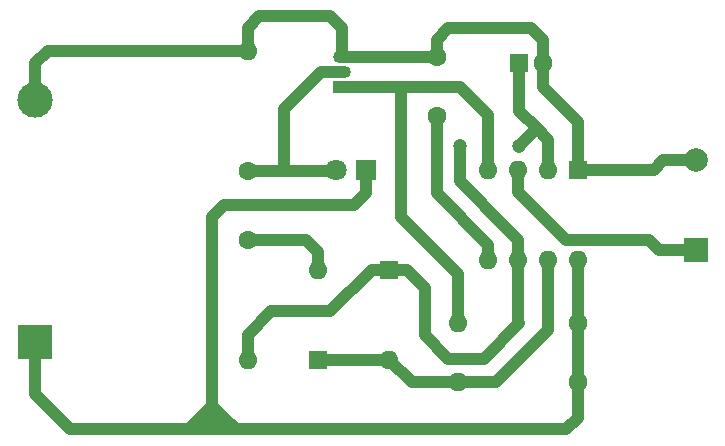
<source format=gbr>
%TF.GenerationSoftware,KiCad,Pcbnew,(6.0.9)*%
%TF.CreationDate,2022-12-15T09:26:13+01:00*%
%TF.ProjectId,Pipek,50697065-6b2e-46b6-9963-61645f706362,rev?*%
%TF.SameCoordinates,Original*%
%TF.FileFunction,Copper,L2,Bot*%
%TF.FilePolarity,Positive*%
%FSLAX46Y46*%
G04 Gerber Fmt 4.6, Leading zero omitted, Abs format (unit mm)*
G04 Created by KiCad (PCBNEW (6.0.9)) date 2022-12-15 09:26:13*
%MOMM*%
%LPD*%
G01*
G04 APERTURE LIST*
%TA.AperFunction,ComponentPad*%
%ADD10R,2.000000X2.000000*%
%TD*%
%TA.AperFunction,ComponentPad*%
%ADD11C,2.000000*%
%TD*%
%TA.AperFunction,ComponentPad*%
%ADD12R,1.800000X1.800000*%
%TD*%
%TA.AperFunction,ComponentPad*%
%ADD13C,1.800000*%
%TD*%
%TA.AperFunction,ComponentPad*%
%ADD14C,1.600000*%
%TD*%
%TA.AperFunction,ComponentPad*%
%ADD15O,1.600000X1.600000*%
%TD*%
%TA.AperFunction,ComponentPad*%
%ADD16R,1.600000X1.600000*%
%TD*%
%TA.AperFunction,ComponentPad*%
%ADD17R,1.500000X1.050000*%
%TD*%
%TA.AperFunction,ComponentPad*%
%ADD18O,1.500000X1.050000*%
%TD*%
%TA.AperFunction,ComponentPad*%
%ADD19R,3.000000X3.000000*%
%TD*%
%TA.AperFunction,ComponentPad*%
%ADD20C,3.000000*%
%TD*%
%TA.AperFunction,ViaPad*%
%ADD21C,1.200000*%
%TD*%
%TA.AperFunction,Conductor*%
%ADD22C,1.000000*%
%TD*%
%TA.AperFunction,Conductor*%
%ADD23C,0.250000*%
%TD*%
G04 APERTURE END LIST*
D10*
%TO.P,LS1,1,1*%
%TO.N,Net-(LS1-Pad1)*%
X184000000Y-98800000D03*
D11*
%TO.P,LS1,2,2*%
%TO.N,GND*%
X184000000Y-91200000D03*
%TD*%
D12*
%TO.P,Q1,1,C*%
%TO.N,Net-(BT1-Pad1)*%
X156000000Y-92000000D03*
D13*
%TO.P,Q1,2,E*%
%TO.N,Net-(Q1-Pad2)*%
X153460000Y-92000000D03*
%TD*%
D14*
%TO.P,R4,1*%
%TO.N,Net-(D2-Pad2)*%
X146000000Y-97920000D03*
D15*
%TO.P,R4,2*%
%TO.N,Net-(C2-Pad1)*%
X146000000Y-108080000D03*
%TD*%
D16*
%TO.P,D1,1,K*%
%TO.N,Net-(C2-Pad1)*%
X158000000Y-100470000D03*
D15*
%TO.P,D1,2,A*%
%TO.N,Net-(D1-Pad2)*%
X158000000Y-108090000D03*
%TD*%
D14*
%TO.P,R1,1*%
%TO.N,Net-(Q1-Pad2)*%
X146000000Y-92080000D03*
D15*
%TO.P,R1,2*%
%TO.N,GND*%
X146000000Y-81920000D03*
%TD*%
D16*
%TO.P,D2,1,K*%
%TO.N,Net-(D1-Pad2)*%
X152000000Y-108090000D03*
D15*
%TO.P,D2,2,A*%
%TO.N,Net-(D2-Pad2)*%
X152000000Y-100470000D03*
%TD*%
D16*
%TO.P,C2,1*%
%TO.N,Net-(C2-Pad1)*%
X169000000Y-83000000D03*
D14*
%TO.P,C2,2*%
%TO.N,GND*%
X171000000Y-83000000D03*
%TD*%
D17*
%TO.P,Q2,1,C*%
%TO.N,Net-(Q2-Pad1)*%
X154000000Y-85000000D03*
D18*
%TO.P,Q2,2,B*%
%TO.N,Net-(Q1-Pad2)*%
X154000000Y-83730000D03*
%TO.P,Q2,3,E*%
%TO.N,GND*%
X154000000Y-82460000D03*
%TD*%
D16*
%TO.P,U1,1,GND*%
%TO.N,GND*%
X174000000Y-92000000D03*
D15*
%TO.P,U1,2,TR*%
%TO.N,Net-(C2-Pad1)*%
X171460000Y-92000000D03*
%TO.P,U1,3,Q*%
%TO.N,Net-(LS1-Pad1)*%
X168920000Y-92000000D03*
%TO.P,U1,4,R*%
%TO.N,Net-(Q2-Pad1)*%
X166380000Y-92000000D03*
%TO.P,U1,5,CV*%
%TO.N,Net-(C1-Pad1)*%
X166380000Y-99620000D03*
%TO.P,U1,6,THR*%
%TO.N,Net-(C2-Pad1)*%
X168920000Y-99620000D03*
%TO.P,U1,7,DIS*%
%TO.N,Net-(D1-Pad2)*%
X171460000Y-99620000D03*
%TO.P,U1,8,VCC*%
%TO.N,Net-(BT1-Pad1)*%
X174000000Y-99620000D03*
%TD*%
D14*
%TO.P,R3,1*%
%TO.N,Net-(BT1-Pad1)*%
X174000000Y-110000000D03*
D15*
%TO.P,R3,2*%
%TO.N,Net-(D1-Pad2)*%
X163840000Y-110000000D03*
%TD*%
D14*
%TO.P,R2,1*%
%TO.N,Net-(BT1-Pad1)*%
X174000000Y-105000000D03*
D15*
%TO.P,R2,2*%
%TO.N,Net-(Q2-Pad1)*%
X163840000Y-105000000D03*
%TD*%
D14*
%TO.P,C1,1*%
%TO.N,Net-(C1-Pad1)*%
X162000000Y-87500000D03*
%TO.P,C1,2*%
%TO.N,GND*%
X162000000Y-82500000D03*
%TD*%
D19*
%TO.P,BT1,1,+*%
%TO.N,Net-(BT1-Pad1)*%
X128000000Y-106575001D03*
D20*
%TO.P,BT1,2,-*%
%TO.N,GND*%
X128000000Y-86085001D03*
%TD*%
D21*
%TO.N,Net-(C2-Pad1)*%
X164000000Y-90000000D03*
X169000000Y-90000000D03*
%TD*%
D22*
%TO.N,Net-(C2-Pad1)*%
X164000000Y-92000000D02*
X164000000Y-90000000D01*
X170500000Y-88500000D02*
X171460000Y-89460000D01*
X148000000Y-104000000D02*
X146000000Y-106000000D01*
X169777817Y-89222183D02*
X169000000Y-90000000D01*
X164000000Y-93000000D02*
X164000000Y-92000000D01*
X158000000Y-100470000D02*
X156530000Y-100470000D01*
X171460000Y-89460000D02*
X171460000Y-92000000D01*
X158000000Y-100470000D02*
X159470000Y-100470000D01*
X168920000Y-99620000D02*
X168920000Y-97920000D01*
X161000000Y-106000000D02*
X163000000Y-108000000D01*
X156530000Y-100470000D02*
X153000000Y-104000000D01*
X168920000Y-104920000D02*
X168920000Y-99620000D01*
X168920000Y-97920000D02*
X168000000Y-97000000D01*
X168000000Y-97000000D02*
X164000000Y-93000000D01*
X169000000Y-83000000D02*
X169000000Y-87000000D01*
X169000000Y-105000000D02*
X168920000Y-104920000D01*
X153000000Y-104000000D02*
X148000000Y-104000000D01*
X169000000Y-87000000D02*
X170500000Y-88500000D01*
X146000000Y-106000000D02*
X146000000Y-108080000D01*
X161000000Y-102000000D02*
X161000000Y-106000000D01*
X170500000Y-88500000D02*
X169777817Y-89222183D01*
X159470000Y-100470000D02*
X161000000Y-102000000D01*
X166000000Y-108000000D02*
X169000000Y-105000000D01*
X163000000Y-108000000D02*
X166000000Y-108000000D01*
%TO.N,Net-(D2-Pad2)*%
X152000000Y-99000000D02*
X152000000Y-100470000D01*
X146000000Y-97920000D02*
X150920000Y-97920000D01*
X150920000Y-97920000D02*
X152000000Y-99000000D01*
%TO.N,Net-(BT1-Pad1)*%
X174000000Y-110000000D02*
X174000000Y-105000000D01*
X143000000Y-114000000D02*
X143000000Y-112000000D01*
X143000000Y-114000000D02*
X145000000Y-114000000D01*
X143000000Y-96000000D02*
X144000000Y-95000000D01*
X173000000Y-114000000D02*
X174000000Y-113000000D01*
X128000000Y-111000000D02*
X128000000Y-106575001D01*
X144000000Y-95000000D02*
X155000000Y-95000000D01*
X143000000Y-112000000D02*
X142000000Y-113000000D01*
X174000000Y-99620000D02*
X174000000Y-105000000D01*
X142000000Y-113000000D02*
X141000000Y-114000000D01*
X143000000Y-112000000D02*
X143000000Y-96000000D01*
X144000000Y-113000000D02*
X143000000Y-114000000D01*
X174000000Y-113000000D02*
X174000000Y-110000000D01*
X145000000Y-114000000D02*
X173000000Y-114000000D01*
X143000000Y-114000000D02*
X141000000Y-114000000D01*
X144000000Y-113000000D02*
X145000000Y-114000000D01*
X141000000Y-114000000D02*
X131000000Y-114000000D01*
X143000000Y-112000000D02*
X144000000Y-113000000D01*
X155000000Y-95000000D02*
X156000000Y-94000000D01*
X156000000Y-94000000D02*
X156000000Y-92000000D01*
X131000000Y-114000000D02*
X128000000Y-111000000D01*
X142000000Y-113000000D02*
X143000000Y-114000000D01*
%TO.N,Net-(Q1-Pad2)*%
X149080000Y-86900000D02*
X152250000Y-83730000D01*
X149080000Y-92080000D02*
X149080000Y-86900000D01*
X149080000Y-92080000D02*
X153380000Y-92080000D01*
D23*
X153380000Y-92080000D02*
X153460000Y-92000000D01*
D22*
X152250000Y-83730000D02*
X154000000Y-83730000D01*
X146000000Y-92080000D02*
X149080000Y-92080000D01*
%TO.N,Net-(Q2-Pad1)*%
X163840000Y-105000000D02*
X163840000Y-100840000D01*
X159000000Y-96000000D02*
X159000000Y-85000000D01*
X166380000Y-87380000D02*
X166380000Y-92000000D01*
X159000000Y-85000000D02*
X164000000Y-85000000D01*
X163840000Y-100840000D02*
X159000000Y-96000000D01*
X159000000Y-85000000D02*
X154000000Y-85000000D01*
X164000000Y-85000000D02*
X166380000Y-87380000D01*
%TO.N,GND*%
X170000000Y-80000000D02*
X163000000Y-80000000D01*
X171000000Y-81000000D02*
X170000000Y-80000000D01*
X174000000Y-88000000D02*
X171000000Y-85000000D01*
X129080000Y-81920000D02*
X128000000Y-83000000D01*
X154000000Y-82460000D02*
X161960000Y-82460000D01*
X162000000Y-82500000D02*
X162000000Y-81000000D01*
X146000000Y-81920000D02*
X146000000Y-80000000D01*
X146000000Y-81920000D02*
X129080000Y-81920000D01*
X180400000Y-92000000D02*
X177000000Y-92000000D01*
X174000000Y-92000000D02*
X177000000Y-92000000D01*
X171000000Y-83000000D02*
X171000000Y-81000000D01*
X174000000Y-92000000D02*
X174000000Y-88000000D01*
X162000000Y-81000000D02*
X163000000Y-80000000D01*
X128000000Y-83000000D02*
X128000000Y-86085001D01*
X181200000Y-91200000D02*
X180400000Y-92000000D01*
X153000000Y-79000000D02*
X154000000Y-80000000D01*
X181200000Y-91200000D02*
X184000000Y-91200000D01*
X146000000Y-80000000D02*
X147000000Y-79000000D01*
X171000000Y-85000000D02*
X171000000Y-83000000D01*
X154000000Y-80000000D02*
X154000000Y-82460000D01*
X147000000Y-79000000D02*
X153000000Y-79000000D01*
X161960000Y-82460000D02*
X162000000Y-82500000D01*
%TO.N,Net-(C1-Pad1)*%
X162000000Y-87500000D02*
X162000000Y-94000000D01*
X166380000Y-99620000D02*
X166380000Y-98380000D01*
X166380000Y-98380000D02*
X162000000Y-94000000D01*
%TO.N,Net-(D1-Pad2)*%
X152000000Y-108090000D02*
X158000000Y-108090000D01*
X159910000Y-110000000D02*
X163840000Y-110000000D01*
X167000000Y-110000000D02*
X171460000Y-105540000D01*
X158000000Y-108090000D02*
X159910000Y-110000000D01*
X163840000Y-110000000D02*
X167000000Y-110000000D01*
X171460000Y-105540000D02*
X171460000Y-99620000D01*
%TO.N,Net-(LS1-Pad1)*%
X168920000Y-93920000D02*
X173000000Y-98000000D01*
X168920000Y-92000000D02*
X168920000Y-93920000D01*
X173000000Y-98000000D02*
X180000000Y-98000000D01*
X180800000Y-98800000D02*
X184000000Y-98800000D01*
X180000000Y-98000000D02*
X180800000Y-98800000D01*
%TD*%
M02*

</source>
